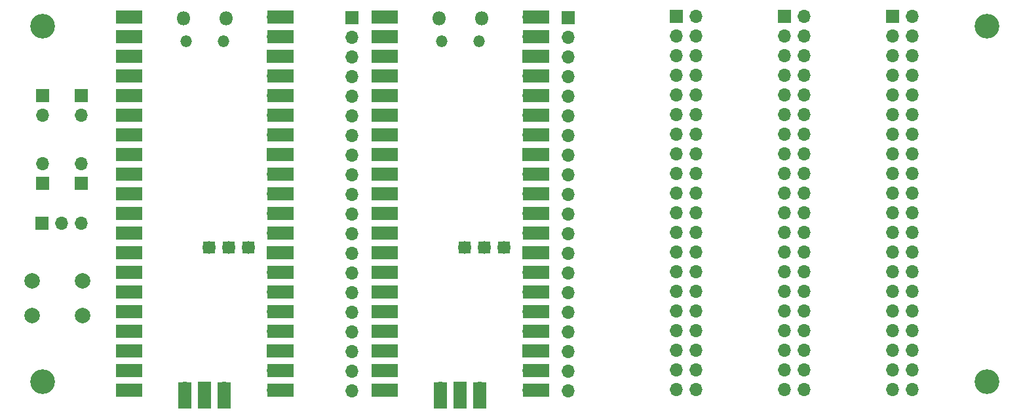
<source format=gbr>
%TF.GenerationSoftware,KiCad,Pcbnew,7.0.2*%
%TF.CreationDate,2023-05-26T12:13:05+09:00*%
%TF.ProjectId,KiCad,4b694361-642e-46b6-9963-61645f706362,rev?*%
%TF.SameCoordinates,PX41cdb40PY67f3540*%
%TF.FileFunction,Soldermask,Top*%
%TF.FilePolarity,Negative*%
%FSLAX46Y46*%
G04 Gerber Fmt 4.6, Leading zero omitted, Abs format (unit mm)*
G04 Created by KiCad (PCBNEW 7.0.2) date 2023-05-26 12:13:05*
%MOMM*%
%LPD*%
G01*
G04 APERTURE LIST*
G04 Aperture macros list*
%AMOutline4P*
0 Free polygon, 4 corners , with rotation*
0 The origin of the aperture is its center*
0 number of corners: always 4*
0 $1 to $8 corner X, Y*
0 $9 Rotation angle, in degrees counterclockwise*
0 create outline with 4 corners*
4,1,4,$1,$2,$3,$4,$5,$6,$7,$8,$1,$2,$9*%
G04 Aperture macros list end*
%ADD10O,1.800000X1.800000*%
%ADD11O,1.500000X1.500000*%
%ADD12O,1.700000X1.700000*%
%ADD13R,3.500000X1.700000*%
%ADD14R,1.700000X1.700000*%
%ADD15R,1.700000X3.500000*%
%ADD16C,1.700000*%
%ADD17R,1.524000X1.524000*%
%ADD18Outline4P,-0.762000X-0.762000X0.762000X-0.762000X0.762000X0.762000X-0.762000X0.762000X0.000000*%
%ADD19C,3.200000*%
%ADD20C,2.000000*%
G04 APERTURE END LIST*
D10*
%TO.C,U1*%
X55275000Y51000000D03*
D11*
X55575000Y47970000D03*
X60425000Y47970000D03*
D10*
X60725000Y51000000D03*
D12*
X49110000Y51130000D03*
D13*
X48210000Y51130000D03*
D12*
X49110000Y48590000D03*
D13*
X48210000Y48590000D03*
D14*
X49110000Y46050000D03*
D13*
X48210000Y46050000D03*
D12*
X49110000Y43510000D03*
D13*
X48210000Y43510000D03*
D12*
X49110000Y40970000D03*
D13*
X48210000Y40970000D03*
D12*
X49110000Y38430000D03*
D13*
X48210000Y38430000D03*
D12*
X49110000Y35890000D03*
D13*
X48210000Y35890000D03*
D14*
X49110000Y33350000D03*
D13*
X48210000Y33350000D03*
D12*
X49110000Y30810000D03*
D13*
X48210000Y30810000D03*
D12*
X49110000Y28270000D03*
D13*
X48210000Y28270000D03*
D12*
X49110000Y25730000D03*
D13*
X48210000Y25730000D03*
D12*
X49110000Y23190000D03*
D13*
X48210000Y23190000D03*
D14*
X49110000Y20650000D03*
D13*
X48210000Y20650000D03*
D12*
X49110000Y18110000D03*
D13*
X48210000Y18110000D03*
D12*
X49110000Y15570000D03*
D13*
X48210000Y15570000D03*
D12*
X49110000Y13030000D03*
D13*
X48210000Y13030000D03*
D12*
X49110000Y10490000D03*
D13*
X48210000Y10490000D03*
D14*
X49110000Y7950000D03*
D13*
X48210000Y7950000D03*
D12*
X49110000Y5410000D03*
D13*
X48210000Y5410000D03*
D12*
X49110000Y2870000D03*
D13*
X48210000Y2870000D03*
D12*
X66890000Y2870000D03*
D13*
X67790000Y2870000D03*
D12*
X66890000Y5410000D03*
D13*
X67790000Y5410000D03*
D14*
X66890000Y7950000D03*
D13*
X67790000Y7950000D03*
D12*
X66890000Y10490000D03*
D13*
X67790000Y10490000D03*
D12*
X66890000Y13030000D03*
D13*
X67790000Y13030000D03*
D12*
X66890000Y15570000D03*
D13*
X67790000Y15570000D03*
D12*
X66890000Y18110000D03*
D13*
X67790000Y18110000D03*
D14*
X66890000Y20650000D03*
D13*
X67790000Y20650000D03*
D12*
X66890000Y23190000D03*
D13*
X67790000Y23190000D03*
D12*
X66890000Y25730000D03*
D13*
X67790000Y25730000D03*
D12*
X66890000Y28270000D03*
D13*
X67790000Y28270000D03*
D12*
X66890000Y30810000D03*
D13*
X67790000Y30810000D03*
D14*
X66890000Y33350000D03*
D13*
X67790000Y33350000D03*
D12*
X66890000Y35890000D03*
D13*
X67790000Y35890000D03*
D12*
X66890000Y38430000D03*
D13*
X67790000Y38430000D03*
D12*
X66890000Y40970000D03*
D13*
X67790000Y40970000D03*
D12*
X66890000Y43510000D03*
D13*
X67790000Y43510000D03*
D14*
X66890000Y46050000D03*
D13*
X67790000Y46050000D03*
D12*
X66890000Y48590000D03*
D13*
X67790000Y48590000D03*
D12*
X66890000Y51130000D03*
D13*
X67790000Y51130000D03*
D12*
X55460000Y3100000D03*
D15*
X55460000Y2200000D03*
D16*
X58550000Y21300000D03*
D17*
X58560000Y21300000D03*
D14*
X58000000Y3100000D03*
D15*
X58000000Y2200000D03*
D18*
X61100000Y21300000D03*
D16*
X61100000Y21300000D03*
D12*
X60540000Y3100000D03*
D15*
X60540000Y2200000D03*
D17*
X63640000Y21300000D03*
D16*
X63650000Y21300000D03*
%TD*%
D10*
%TO.C,U2*%
X22255000Y51000000D03*
D11*
X22555000Y47970000D03*
X27405000Y47970000D03*
D10*
X27705000Y51000000D03*
D12*
X16090000Y51130000D03*
D13*
X15190000Y51130000D03*
D12*
X16090000Y48590000D03*
D13*
X15190000Y48590000D03*
D14*
X16090000Y46050000D03*
D13*
X15190000Y46050000D03*
D12*
X16090000Y43510000D03*
D13*
X15190000Y43510000D03*
D12*
X16090000Y40970000D03*
D13*
X15190000Y40970000D03*
D12*
X16090000Y38430000D03*
D13*
X15190000Y38430000D03*
D12*
X16090000Y35890000D03*
D13*
X15190000Y35890000D03*
D14*
X16090000Y33350000D03*
D13*
X15190000Y33350000D03*
D12*
X16090000Y30810000D03*
D13*
X15190000Y30810000D03*
D12*
X16090000Y28270000D03*
D13*
X15190000Y28270000D03*
D12*
X16090000Y25730000D03*
D13*
X15190000Y25730000D03*
D12*
X16090000Y23190000D03*
D13*
X15190000Y23190000D03*
D14*
X16090000Y20650000D03*
D13*
X15190000Y20650000D03*
D12*
X16090000Y18110000D03*
D13*
X15190000Y18110000D03*
D12*
X16090000Y15570000D03*
D13*
X15190000Y15570000D03*
D12*
X16090000Y13030000D03*
D13*
X15190000Y13030000D03*
D12*
X16090000Y10490000D03*
D13*
X15190000Y10490000D03*
D14*
X16090000Y7950000D03*
D13*
X15190000Y7950000D03*
D12*
X16090000Y5410000D03*
D13*
X15190000Y5410000D03*
D12*
X16090000Y2870000D03*
D13*
X15190000Y2870000D03*
D12*
X33870000Y2870000D03*
D13*
X34770000Y2870000D03*
D12*
X33870000Y5410000D03*
D13*
X34770000Y5410000D03*
D14*
X33870000Y7950000D03*
D13*
X34770000Y7950000D03*
D12*
X33870000Y10490000D03*
D13*
X34770000Y10490000D03*
D12*
X33870000Y13030000D03*
D13*
X34770000Y13030000D03*
D12*
X33870000Y15570000D03*
D13*
X34770000Y15570000D03*
D12*
X33870000Y18110000D03*
D13*
X34770000Y18110000D03*
D14*
X33870000Y20650000D03*
D13*
X34770000Y20650000D03*
D12*
X33870000Y23190000D03*
D13*
X34770000Y23190000D03*
D12*
X33870000Y25730000D03*
D13*
X34770000Y25730000D03*
D12*
X33870000Y28270000D03*
D13*
X34770000Y28270000D03*
D12*
X33870000Y30810000D03*
D13*
X34770000Y30810000D03*
D14*
X33870000Y33350000D03*
D13*
X34770000Y33350000D03*
D12*
X33870000Y35890000D03*
D13*
X34770000Y35890000D03*
D12*
X33870000Y38430000D03*
D13*
X34770000Y38430000D03*
D12*
X33870000Y40970000D03*
D13*
X34770000Y40970000D03*
D12*
X33870000Y43510000D03*
D13*
X34770000Y43510000D03*
D14*
X33870000Y46050000D03*
D13*
X34770000Y46050000D03*
D12*
X33870000Y48590000D03*
D13*
X34770000Y48590000D03*
D12*
X33870000Y51130000D03*
D13*
X34770000Y51130000D03*
D12*
X22440000Y3100000D03*
D15*
X22440000Y2200000D03*
D16*
X25530000Y21300000D03*
D17*
X25540000Y21300000D03*
D14*
X24980000Y3100000D03*
D15*
X24980000Y2200000D03*
D18*
X28080000Y21300000D03*
D16*
X28080000Y21300000D03*
D12*
X27520000Y3100000D03*
D15*
X27520000Y2200000D03*
D17*
X30620000Y21300000D03*
D16*
X30630000Y21300000D03*
%TD*%
D14*
%TO.C,J3*%
X85935000Y51215000D03*
D12*
X85935000Y48675000D03*
X85935000Y46135000D03*
X85935000Y43595000D03*
X85935000Y41055000D03*
X85935000Y38515000D03*
X85935000Y35975000D03*
X85935000Y33435000D03*
X85935000Y30895000D03*
X85935000Y28355000D03*
X85935000Y25815000D03*
X85935000Y23275000D03*
X85935000Y20735000D03*
X85935000Y18195000D03*
X85935000Y15655000D03*
X85935000Y13115000D03*
X85935000Y10575000D03*
X85935000Y8035000D03*
X85935000Y5495000D03*
X85935000Y2955000D03*
X88475000Y2955000D03*
X88475000Y5495000D03*
X88475000Y8035000D03*
X88475000Y10575000D03*
X88475000Y13115000D03*
X88475000Y15655000D03*
X88475000Y18195000D03*
X88475000Y20735000D03*
X88475000Y23275000D03*
X88475000Y25815000D03*
X88475000Y28355000D03*
X88475000Y30895000D03*
X88475000Y33435000D03*
X88475000Y35975000D03*
X88475000Y38515000D03*
X88475000Y41055000D03*
X88475000Y43595000D03*
X88475000Y46135000D03*
X88475000Y48675000D03*
X88475000Y51215000D03*
%TD*%
D14*
%TO.C,J1*%
X113875000Y51215000D03*
D12*
X113875000Y48675000D03*
X113875000Y46135000D03*
X113875000Y43595000D03*
X113875000Y41055000D03*
X113875000Y38515000D03*
X113875000Y35975000D03*
X113875000Y33435000D03*
X113875000Y30895000D03*
X113875000Y28355000D03*
X113875000Y25815000D03*
X113875000Y23275000D03*
X113875000Y20735000D03*
X113875000Y18195000D03*
X113875000Y15655000D03*
X113875000Y13115000D03*
X113875000Y10575000D03*
X113875000Y8035000D03*
X113875000Y5495000D03*
X113875000Y2955000D03*
X116415000Y2955000D03*
X116415000Y5495000D03*
X116415000Y8035000D03*
X116415000Y10575000D03*
X116415000Y13115000D03*
X116415000Y15655000D03*
X116415000Y18195000D03*
X116415000Y20735000D03*
X116415000Y23275000D03*
X116415000Y25815000D03*
X116415000Y28355000D03*
X116415000Y30895000D03*
X116415000Y33435000D03*
X116415000Y35975000D03*
X116415000Y38515000D03*
X116415000Y41055000D03*
X116415000Y43595000D03*
X116415000Y46135000D03*
X116415000Y48675000D03*
X116415000Y51215000D03*
%TD*%
D14*
%TO.C,J2*%
X99910000Y51215000D03*
D12*
X99910000Y48675000D03*
X99910000Y46135000D03*
X99910000Y43595000D03*
X99910000Y41055000D03*
X99910000Y38515000D03*
X99910000Y35975000D03*
X99910000Y33435000D03*
X99910000Y30895000D03*
X99910000Y28355000D03*
X99910000Y25815000D03*
X99910000Y23275000D03*
X99910000Y20735000D03*
X99910000Y18195000D03*
X99910000Y15655000D03*
X99910000Y13115000D03*
X99910000Y10575000D03*
X99910000Y8035000D03*
X99910000Y5495000D03*
X99910000Y2955000D03*
X102450000Y2955000D03*
X102450000Y5495000D03*
X102450000Y8035000D03*
X102450000Y10575000D03*
X102450000Y13115000D03*
X102450000Y15655000D03*
X102450000Y18195000D03*
X102450000Y20735000D03*
X102450000Y23275000D03*
X102450000Y25815000D03*
X102450000Y28355000D03*
X102450000Y30895000D03*
X102450000Y33435000D03*
X102450000Y35975000D03*
X102450000Y38515000D03*
X102450000Y41055000D03*
X102450000Y43595000D03*
X102450000Y46135000D03*
X102450000Y48675000D03*
X102450000Y51215000D03*
%TD*%
D14*
%TO.C,J6*%
X3960000Y24450000D03*
D12*
X6500000Y24450000D03*
X9040000Y24450000D03*
%TD*%
D19*
%TO.C,H2*%
X4000000Y50000000D03*
%TD*%
D14*
%TO.C,JP3*%
X4000000Y29660000D03*
D12*
X4000000Y32200000D03*
%TD*%
D14*
%TO.C,J4*%
X44030000Y51100000D03*
D12*
X44030000Y48560000D03*
X44030000Y46020000D03*
X44030000Y43480000D03*
X44030000Y40940000D03*
X44030000Y38400000D03*
X44030000Y35860000D03*
X44030000Y33320000D03*
X44030000Y30780000D03*
X44030000Y28240000D03*
X44030000Y25700000D03*
X44030000Y23160000D03*
X44030000Y20620000D03*
X44030000Y18080000D03*
X44030000Y15540000D03*
X44030000Y13000000D03*
X44030000Y10460000D03*
X44030000Y7920000D03*
X44030000Y5380000D03*
X44030000Y2840000D03*
%TD*%
D14*
%TO.C,JP1*%
X9000000Y41000000D03*
D12*
X9000000Y38460000D03*
%TD*%
D14*
%TO.C,JP4*%
X9000000Y29660000D03*
D12*
X9000000Y32200000D03*
%TD*%
D20*
%TO.C,SW1*%
X2680000Y17016000D03*
X9180000Y17016000D03*
X2680000Y12516000D03*
X9180000Y12516000D03*
%TD*%
D19*
%TO.C,H4*%
X126000000Y4000000D03*
%TD*%
D14*
%TO.C,JP2*%
X4000000Y41000000D03*
D12*
X4000000Y38460000D03*
%TD*%
D14*
%TO.C,J5*%
X71970000Y51100000D03*
D12*
X71970000Y48560000D03*
X71970000Y46020000D03*
X71970000Y43480000D03*
X71970000Y40940000D03*
X71970000Y38400000D03*
X71970000Y35860000D03*
X71970000Y33320000D03*
X71970000Y30780000D03*
X71970000Y28240000D03*
X71970000Y25700000D03*
X71970000Y23160000D03*
X71970000Y20620000D03*
X71970000Y18080000D03*
X71970000Y15540000D03*
X71970000Y13000000D03*
X71970000Y10460000D03*
X71970000Y7920000D03*
X71970000Y5380000D03*
X71970000Y2840000D03*
%TD*%
D19*
%TO.C,H1*%
X126000000Y50000000D03*
%TD*%
%TO.C,H3*%
X4000000Y4000000D03*
%TD*%
M02*

</source>
